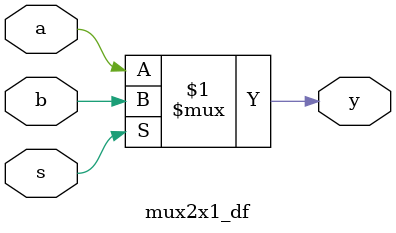
<source format=v>
module mux2x1_df(a,b,s,y);
  input a,b,s;
  output y;
  assign y=s?b:a;
endmodule

</source>
